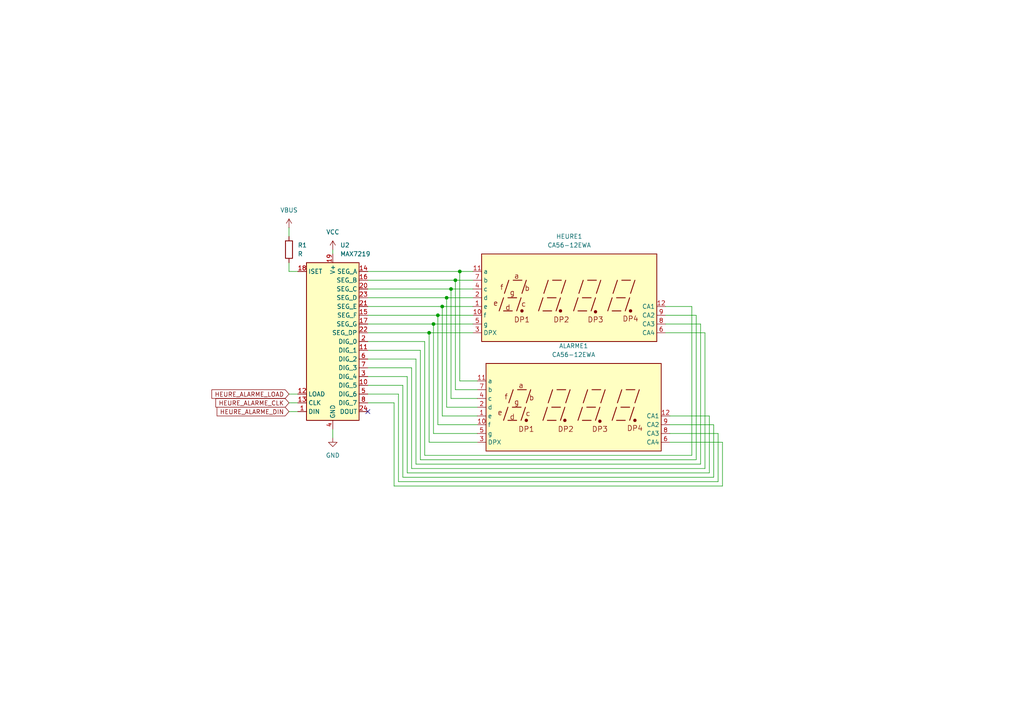
<source format=kicad_sch>
(kicad_sch (version 20250114) (generator "eeschema") (generator_version "9.0")
  (paper "A4")
  (lib_symbols
    (symbol "Device:R" (pin_numbers (hide yes)) (pin_names (offset 0))
      (property "Reference" "R" (at 2.032 0 90))
      (property "Value" "R" (at 0 0 90))
      (symbol "R_0_1"
        (rectangle (start -1.016 -2.54) (end 1.016 2.54) (stroke (width 0.254)))
      )
      (symbol "R_1_1"
        (pin passive line (at 0 3.81 270) (length 1.27) (name "~") (number "1"))
        (pin passive line (at 0 -3.81 90) (length 1.27) (name "~") (number "2"))
      )
    )
    (symbol "Display_Character:CA56-12EWA"
      (property "Reference" "U" (at -24.13 13.97 0))
      (property "Value" "CA56-12EWA" (at 19.05 13.97 0))
      (symbol "CA56-12EWA_0_0"
        (rectangle (start -25.4 12.7) (end 25.4 -12.7) (stroke (width 0.254)) (fill (type background)))
        (polyline (pts (xy -20.32 -3.81) (xy -19.05 0)) (stroke (width 0.254)))
        (polyline (pts (xy -19.05 -3.81) (xy -16.51 -3.81)) (stroke (width 0.254)))
        (polyline (pts (xy -18.796 1.27) (xy -17.526 5.08)) (stroke (width 0.254)))
        (polyline (pts (xy -17.78 0) (xy -15.24 0)) (stroke (width 0.254)))
        (polyline (pts (xy -16.256 5.08) (xy -13.716 5.08)) (stroke (width 0.254)))
        (polyline (pts (xy -15.24 -3.81) (xy -13.97 0)) (stroke (width 0.254)))
        (polyline (pts (xy -13.716 1.27) (xy -12.446 5.08)) (stroke (width 0.254)))
        (polyline (pts (xy -8.89 -3.81) (xy -7.62 0)) (stroke (width 0.254)))
        (polyline (pts (xy -7.62 -3.81) (xy -5.08 -3.81)) (stroke (width 0.254)))
        (polyline (pts (xy -7.366 1.27) (xy -6.096 5.08)) (stroke (width 0.254)))
        (polyline (pts (xy -6.35 0) (xy -3.81 0)) (stroke (width 0.254)))
        (polyline (pts (xy -4.826 5.08) (xy -2.286 5.08)) (stroke (width 0.254)))
        (polyline (pts (xy -3.81 -3.81) (xy -2.54 0)) (stroke (width 0.254)))
        (polyline (pts (xy -2.286 1.27) (xy -1.016 5.08)) (stroke (width 0.254)))
        (polyline (pts (xy 1.27 -3.81) (xy 2.54 0)) (stroke (width 0.254)))
        (polyline (pts (xy 2.54 -3.81) (xy 5.08 -3.81)) (stroke (width 0.254)))
        (polyline (pts (xy 2.794 1.27) (xy 4.064 5.08)) (stroke (width 0.254)))
        (polyline (pts (xy 3.81 0) (xy 6.35 0)) (stroke (width 0.254)))
        (polyline (pts (xy 5.334 5.08) (xy 7.874 5.08)) (stroke (width 0.254)))
        (polyline (pts (xy 6.35 -3.81) (xy 7.62 0)) (stroke (width 0.254)))
        (polyline (pts (xy 7.874 1.27) (xy 9.144 5.08)) (stroke (width 0.254)))
        (polyline (pts (xy 11.176 -3.81) (xy 12.446 0)) (stroke (width 0.254)))
        (polyline (pts (xy 12.446 -3.81) (xy 14.986 -3.81)) (stroke (width 0.254)))
        (polyline (pts (xy 12.7 1.27) (xy 13.97 5.08)) (stroke (width 0.254)))
        (polyline (pts (xy 13.716 0) (xy 16.256 0)) (stroke (width 0.254)))
        (polyline (pts (xy 15.24 5.08) (xy 17.78 5.08)) (stroke (width 0.254)))
        (polyline (pts (xy 16.256 -3.81) (xy 17.526 0)) (stroke (width 0.254)))
        (polyline (pts (xy 17.78 1.27) (xy 19.05 5.08)) (stroke (width 0.254)))
        (text "e" (at -21.336 -1.524 0) (effects (font (size 1.524 1.524))))
        (text "f" (at -19.558 3.048 0) (effects (font (size 1.524 1.524))))
        (text "d" (at -17.78 -2.794 0) (effects (font (size 1.524 1.524))))
        (text "g" (at -16.51 1.524 0) (effects (font (size 1.524 1.524))))
        (text "a" (at -15.24 6.35 0) (effects (font (size 1.524 1.524))))
        (text "DP1" (at -13.716 -6.35 0) (effects (font (size 1.524 1.524))))
        (text "c" (at -13.208 -1.778 0) (effects (font (size 1.524 1.524))))
        (text "b" (at -12.192 2.794 0) (effects (font (size 1.524 1.524))))
        (text "DP2" (at -2.286 -6.35 0) (effects (font (size 1.524 1.524))))
        (text "DP3" (at 7.62 -6.35 0) (effects (font (size 1.524 1.524))))
        (text "DP4" (at 17.78 -6.096 0) (effects (font (size 1.524 1.524))))
      )
      (symbol "CA56-12EWA_0_1"
        (circle (center -13.716 -3.81) (radius 0.3556) (stroke (width 0.254)) (fill (type outline)))
        (circle (center -2.54 -3.81) (radius 0.3556) (stroke (width 0.254)) (fill (type outline)))
      )
      (symbol "CA56-12EWA_1_0"
        (circle (center 7.62 -4.064) (radius 0.3556) (stroke (width 0.254)) (fill (type outline)))
        (circle (center 17.78 -3.81) (radius 0.3556) (stroke (width 0.254)) (fill (type outline)))
      )
      (symbol "CA56-12EWA_1_1"
        (pin input line (at -27.94 7.62 0) (length 2.54) (name "a") (number "11"))
        (pin input line (at -27.94 5.08 0) (length 2.54) (name "b") (number "7"))
        (pin input line (at -27.94 2.54 0) (length 2.54) (name "c") (number "4"))
        (pin input line (at -27.94 0 0) (length 2.54) (name "d") (number "2"))
        (pin input line (at -27.94 -2.54 0) (length 2.54) (name "e") (number "1"))
        (pin input line (at -27.94 -5.08 0) (length 2.54) (name "f") (number "10"))
        (pin input line (at -27.94 -7.62 0) (length 2.54) (name "g") (number "5"))
        (pin input line (at -27.94 -10.16 0) (length 2.54) (name "DPX") (number "3"))
        (pin input line (at 27.94 -2.54 180) (length 2.54) (name "CA1") (number "12"))
        (pin input line (at 27.94 -5.08 180) (length 2.54) (name "CA2") (number "9"))
        (pin input line (at 27.94 -7.62 180) (length 2.54) (name "CA3") (number "8"))
        (pin input line (at 27.94 -10.16 180) (length 2.54) (name "CA4") (number "6"))
      )
    )
    (symbol "Driver_LED:MAX7219"
      (property "Reference" "U" (at -6.35 24.13 0))
      (property "Value" "MAX7219" (at 1.27 25.4 0))
      (symbol "MAX7219_0_1"
        (rectangle (start -7.62 22.86) (end 7.62 -22.86) (stroke (width 0.254)) (fill (type background)))
      )
      (symbol "MAX7219_1_1"
        (pin input line (at -10.16 20.32 0) (length 2.54) (name "ISET") (number "18"))
        (pin input line (at -10.16 -15.24 0) (length 2.54) (name "LOAD") (number "12"))
        (pin input line (at -10.16 -17.78 0) (length 2.54) (name "CLK") (number "13"))
        (pin input line (at -10.16 -20.32 0) (length 2.54) (name "DIN") (number "1"))
        (pin power_in line (at 0 25.4 270) (length 2.54) (name "V+") (number "19"))
        (pin power_in line (at 0 -25.4 90) (length 2.54) (name "GND") (number "4"))
        (pin passive line (at 0 -25.4 90) (length 2.54) (hide yes) (name "GND") (number "9"))
        (pin output line (at 10.16 20.32 180) (length 2.54) (name "SEG_A") (number "14"))
        (pin output line (at 10.16 17.78 180) (length 2.54) (name "SEG_B") (number "16"))
        (pin output line (at 10.16 15.24 180) (length 2.54) (name "SEG_C") (number "20"))
        (pin output line (at 10.16 12.7 180) (length 2.54) (name "SEG_D") (number "23"))
        (pin output line (at 10.16 10.16 180) (length 2.54) (name "SEG_E") (number "21"))
        (pin output line (at 10.16 7.62 180) (length 2.54) (name "SEG_F") (number "15"))
        (pin output line (at 10.16 5.08 180) (length 2.54) (name "SEG_G") (number "17"))
        (pin output line (at 10.16 2.54 180) (length 2.54) (name "SEG_DP") (number "22"))
        (pin output line (at 10.16 0 180) (length 2.54) (name "DIG_0") (number "2"))
        (pin output line (at 10.16 -2.54 180) (length 2.54) (name "DIG_1") (number "11"))
        (pin output line (at 10.16 -5.08 180) (length 2.54) (name "DIG_2") (number "6"))
        (pin output line (at 10.16 -7.62 180) (length 2.54) (name "DIG_3") (number "7"))
        (pin output line (at 10.16 -10.16 180) (length 2.54) (name "DIG_4") (number "3"))
        (pin output line (at 10.16 -12.7 180) (length 2.54) (name "DIG_5") (number "10"))
        (pin output line (at 10.16 -15.24 180) (length 2.54) (name "DIG_6") (number "5"))
        (pin output line (at 10.16 -17.78 180) (length 2.54) (name "DIG_7") (number "8"))
        (pin output line (at 10.16 -20.32 180) (length 2.54) (name "DOUT") (number "24"))
      )
    )
    (symbol "power:GND" (power) (pin_numbers (hide yes)) (pin_names (offset 0) (hide yes))
      (property "Value" "GND" (at 0 -3.81 0))
      (symbol "GND_0_1"
        (polyline (pts (xy 0 0) (xy 0 -1.27) (xy 1.27 -1.27) (xy 0 -2.54) (xy -1.27 -1.27) (xy 0 -1.27)))
      )
      (symbol "GND_1_1"
        (pin power_in line (at 0 0 270) (length 0) (name "~") (number "1"))
      )
    )
    (symbol "power:VBUS" (power) (pin_numbers (hide yes)) (pin_names (offset 0) (hide yes))
      (property "Value" "VBUS" (at 0 3.556 0))
      (symbol "VBUS_0_1"
        (polyline (pts (xy -0.762 1.27) (xy 0 2.54)))
        (polyline (pts (xy 0 2.54) (xy 0.762 1.27)))
        (polyline (pts (xy 0 0) (xy 0 2.54)))
      )
      (symbol "VBUS_1_1"
        (pin power_in line (at 0 0 90) (length 0) (name "~") (number "1"))
      )
    )
    (symbol "power:VCC" (power) (pin_numbers (hide yes)) (pin_names (offset 0) (hide yes))
      (property "Value" "VCC" (at 0 3.556 0))
      (symbol "VCC_0_1"
        (polyline (pts (xy -0.762 1.27) (xy 0 2.54)))
        (polyline (pts (xy 0 2.54) (xy 0.762 1.27)))
        (polyline (pts (xy 0 0) (xy 0 2.54)))
      )
      (symbol "VCC_1_1"
        (pin power_in line (at 0 0 90) (length 0) (name "~") (number "1"))
      )
    )
  )
  (junction (at 129.54 86.36))
  (junction (at 130.81 83.82))
  (junction (at 125.73 93.98))
  (junction (at 127 91.44))
  (junction (at 133.35 78.74))
  (junction (at 124.46 96.52))
  (junction (at 128.27 88.9))
  (junction (at 132.08 81.28))
  (no_connect (at 106.68 119.38))
  (wire (pts (xy 106.68 88.9) (xy 128.27 88.9)))
  (wire (pts (xy 207.01 123.19) (xy 194.31 123.19)))
  (wire (pts (xy 119.38 135.89) (xy 204.47 135.89)))
  (wire (pts (xy 106.68 111.76) (xy 116.84 111.76)))
  (wire (pts (xy 106.68 93.98) (xy 125.73 93.98)))
  (wire (pts (xy 106.68 86.36) (xy 129.54 86.36)))
  (wire (pts (xy 106.68 106.68) (xy 119.38 106.68)))
  (wire (pts (xy 204.47 135.89) (xy 204.47 96.52)))
  (wire (pts (xy 128.27 120.65) (xy 128.27 88.9)))
  (wire (pts (xy 203.2 134.62) (xy 203.2 93.98)))
  (wire (pts (xy 83.82 78.74) (xy 86.36 78.74)))
  (wire (pts (xy 130.81 115.57) (xy 130.81 83.82)))
  (wire (pts (xy 125.73 125.73) (xy 125.73 93.98)))
  (wire (pts (xy 124.46 128.27) (xy 124.46 96.52)))
  (wire (pts (xy 129.54 118.11) (xy 129.54 86.36)))
  (wire (pts (xy 106.68 96.52) (xy 124.46 96.52)))
  (wire (pts (xy 132.08 113.03) (xy 132.08 81.28)))
  (wire (pts (xy 138.43 123.19) (xy 127 123.19)))
  (wire (pts (xy 83.82 119.38) (xy 86.36 119.38)))
  (wire (pts (xy 201.93 133.35) (xy 201.93 91.44)))
  (wire (pts (xy 129.54 86.36) (xy 137.16 86.36)))
  (wire (pts (xy 121.92 133.35) (xy 201.93 133.35)))
  (wire (pts (xy 120.65 104.14) (xy 120.65 134.62)))
  (wire (pts (xy 132.08 81.28) (xy 137.16 81.28)))
  (wire (pts (xy 124.46 96.52) (xy 137.16 96.52)))
  (wire (pts (xy 115.57 114.3) (xy 115.57 139.7)))
  (wire (pts (xy 118.11 137.16) (xy 205.74 137.16)))
  (wire (pts (xy 138.43 113.03) (xy 132.08 113.03)))
  (wire (pts (xy 114.3 140.97) (xy 209.55 140.97)))
  (wire (pts (xy 96.52 124.46) (xy 96.52 127)))
  (wire (pts (xy 208.28 139.7) (xy 208.28 125.73)))
  (wire (pts (xy 106.68 109.22) (xy 118.11 109.22)))
  (wire (pts (xy 116.84 111.76) (xy 116.84 138.43)))
  (wire (pts (xy 205.74 120.65) (xy 194.31 120.65)))
  (wire (pts (xy 207.01 138.43) (xy 207.01 123.19)))
  (wire (pts (xy 83.82 76.2) (xy 83.82 78.74)))
  (wire (pts (xy 138.43 118.11) (xy 129.54 118.11)))
  (wire (pts (xy 83.82 66.04) (xy 83.82 68.58)))
  (wire (pts (xy 120.65 134.62) (xy 203.2 134.62)))
  (wire (pts (xy 125.73 93.98) (xy 137.16 93.98)))
  (wire (pts (xy 127 123.19) (xy 127 91.44)))
  (wire (pts (xy 203.2 93.98) (xy 193.04 93.98)))
  (wire (pts (xy 106.68 114.3) (xy 115.57 114.3)))
  (wire (pts (xy 204.47 96.52) (xy 193.04 96.52)))
  (wire (pts (xy 138.43 120.65) (xy 128.27 120.65)))
  (wire (pts (xy 209.55 140.97) (xy 209.55 128.27)))
  (wire (pts (xy 106.68 78.74) (xy 133.35 78.74)))
  (wire (pts (xy 106.68 116.84) (xy 114.3 116.84)))
  (wire (pts (xy 96.52 72.39) (xy 96.52 73.66)))
  (wire (pts (xy 121.92 101.6) (xy 121.92 133.35)))
  (wire (pts (xy 114.3 116.84) (xy 114.3 140.97)))
  (wire (pts (xy 106.68 104.14) (xy 120.65 104.14)))
  (wire (pts (xy 123.19 132.08) (xy 200.66 132.08)))
  (wire (pts (xy 128.27 88.9) (xy 137.16 88.9)))
  (wire (pts (xy 200.66 88.9) (xy 193.04 88.9)))
  (wire (pts (xy 83.82 114.3) (xy 86.36 114.3)))
  (wire (pts (xy 123.19 99.06) (xy 123.19 132.08)))
  (wire (pts (xy 106.68 91.44) (xy 127 91.44)))
  (wire (pts (xy 106.68 81.28) (xy 132.08 81.28)))
  (wire (pts (xy 209.55 128.27) (xy 194.31 128.27)))
  (wire (pts (xy 133.35 78.74) (xy 137.16 78.74)))
  (wire (pts (xy 200.66 88.9) (xy 200.66 132.08)))
  (wire (pts (xy 133.35 110.49) (xy 133.35 78.74)))
  (wire (pts (xy 106.68 83.82) (xy 130.81 83.82)))
  (wire (pts (xy 130.81 83.82) (xy 137.16 83.82)))
  (wire (pts (xy 138.43 110.49) (xy 133.35 110.49)))
  (wire (pts (xy 83.82 116.84) (xy 86.36 116.84)))
  (wire (pts (xy 127 91.44) (xy 137.16 91.44)))
  (wire (pts (xy 138.43 115.57) (xy 130.81 115.57)))
  (wire (pts (xy 208.28 125.73) (xy 194.31 125.73)))
  (wire (pts (xy 115.57 139.7) (xy 208.28 139.7)))
  (wire (pts (xy 119.38 106.68) (xy 119.38 135.89)))
  (wire (pts (xy 138.43 125.73) (xy 125.73 125.73)))
  (wire (pts (xy 118.11 109.22) (xy 118.11 137.16)))
  (wire (pts (xy 106.68 101.6) (xy 121.92 101.6)))
  (wire (pts (xy 201.93 91.44) (xy 193.04 91.44)))
  (wire (pts (xy 138.43 128.27) (xy 124.46 128.27)))
  (wire (pts (xy 116.84 138.43) (xy 207.01 138.43)))
  (wire (pts (xy 205.74 137.16) (xy 205.74 120.65)))
  (wire (pts (xy 106.68 99.06) (xy 123.19 99.06)))
  (global_label "HEURE_ALARME_CLK" (shape input) (at 83.82 116.84 180) (property "Intersheetrefs" "${INTERSHEET_REFS}" (effects (hide yes))))
  (global_label "HEURE_ALARME_DIN" (shape input) (at 83.82 119.38 180) (property "Intersheetrefs" "${INTERSHEET_REFS}" (effects (hide yes))))
  (global_label "HEURE_ALARME_LOAD" (shape input) (at 83.82 114.3 180) (property "Intersheetrefs" "${INTERSHEET_REFS}" (effects (hide yes))))
  (symbol (lib_id "Display_Character:CA56-12EWA") (at 166.37 118.11 0) (unit 1)
    (property "Reference" "ALARME1" (at 166.37 100.33 0))
    (property "Value" "CA56-12EWA" (at 166.37 102.87 0))
    (property "Footprint" "Display_7Segment:CA56-12EWA" (effects (hide yes)))
    (property "Datasheet" "http://www.kingbrightusa.com/images/catalog/SPEC/CA56-12EWA.pdf" (effects (hide yes)))
    (property "Description" "4 digit 7 segment high efficiency red LED, common anode" (effects (hide yes)))
  )
  (symbol (lib_id "Device:R") (at 83.82 72.39 0) (unit 1)
    (property "Reference" "R1" (at 86.36 71.1199 0) (effects (justify left)))
    (property "Value" "R" (at 86.36 73.6599 0) (effects (justify left)))
    (property "Description" "Resistor" (effects (hide yes)))
  )
  (symbol (lib_id "power:GND") (at 96.52 127 0) (unit 1)
    (property "Reference" "#PWR02" (effects (hide yes)))
    (property "Value" "GND" (at 96.52 132.08 0))
    (property "Description" "Power symbol creates a global label with name \"GND\" , ground" (effects (hide yes)))
  )
  (symbol (lib_id "Display_Character:CA56-12EWA") (at 165.1 86.36 0) (unit 1)
    (property "Reference" "HEURE1" (at 165.1 68.58 0))
    (property "Value" "CA56-12EWA" (at 165.1 71.12 0))
    (property "Footprint" "Display_7Segment:CA56-12EWA" (effects (hide yes)))
    (property "Datasheet" "http://www.kingbrightusa.com/images/catalog/SPEC/CA56-12EWA.pdf" (effects (hide yes)))
    (property "Description" "4 digit 7 segment high efficiency red LED, common anode" (effects (hide yes)))
  )
  (symbol (lib_id "power:VCC") (at 96.52 72.39 0) (unit 1)
    (property "Reference" "#PWR01" (effects (hide yes)))
    (property "Value" "VCC" (at 96.52 67.31 0))
    (property "Description" "Power symbol creates a global label with name \"VCC\"" (effects (hide yes)))
  )
  (symbol (lib_id "power:VBUS") (at 83.82 66.04 0) (unit 1)
    (property "Reference" "#PWR011" (effects (hide yes)))
    (property "Value" "VBUS" (at 83.82 60.96 0))
    (property "Description" "Power symbol creates a global label with name \"VBUS\"" (effects (hide yes)))
  )
  (symbol (lib_id "Driver_LED:MAX7219") (at 96.52 99.06 0) (unit 1)
    (property "Reference" "U2" (at 98.6633 71.12 0) (effects (justify left)))
    (property "Value" "MAX7219" (at 98.6633 73.66 0) (effects (justify left)))
    (property "Footprint" "Package_DIP:DIP-24_W7.62mm_Socket_LongPads" (effects (hide yes)))
    (property "Datasheet" "https://datasheets.maximintegrated.com/en/ds/MAX7219-MAX7221.pdf" (effects (hide yes)))
    (property "Description" "8-Digit LED Display Driver" (effects (hide yes)))
  )
)
</source>
